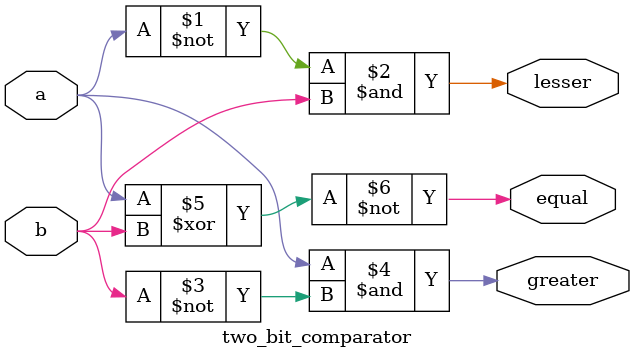
<source format=v>
`timescale 1ns / 1ps
module two_bit_comparator(
    input a,
    input b,
    output lesser,
    output greater,
    output equal
    );
	 assign lesser=~a & b;
	 assign greater=a & ~b;
	 assign equal= ~(a^b);


endmodule

</source>
